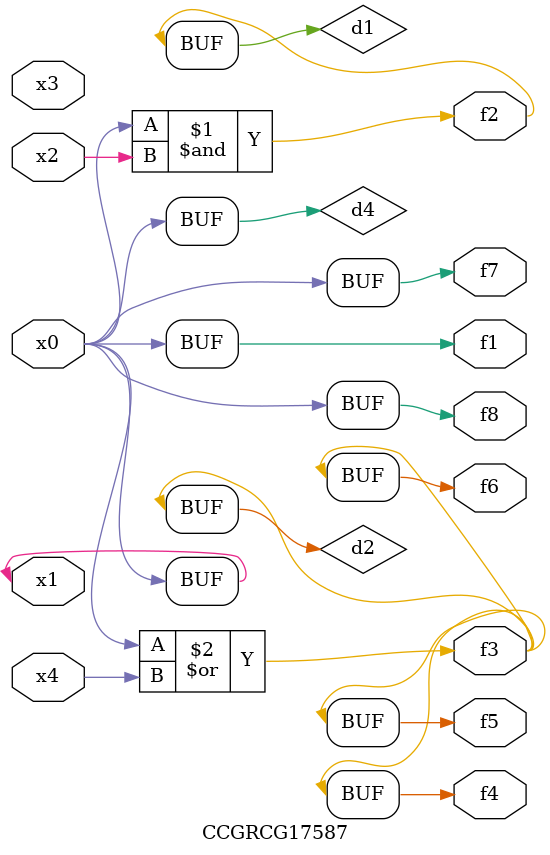
<source format=v>
module CCGRCG17587(
	input x0, x1, x2, x3, x4,
	output f1, f2, f3, f4, f5, f6, f7, f8
);

	wire d1, d2, d3, d4;

	and (d1, x0, x2);
	or (d2, x0, x4);
	nand (d3, x0, x2);
	buf (d4, x0, x1);
	assign f1 = d4;
	assign f2 = d1;
	assign f3 = d2;
	assign f4 = d2;
	assign f5 = d2;
	assign f6 = d2;
	assign f7 = d4;
	assign f8 = d4;
endmodule

</source>
